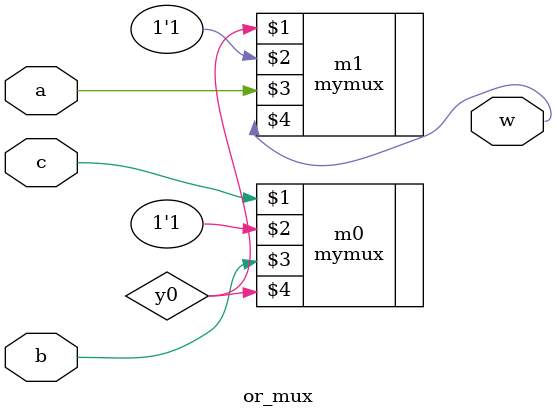
<source format=v>
`timescale 1ns/1ns

module or_mux(input a, b, c, output w);
	wire y0;
	mymux m0(c, 1'b1, b, y0) , m1(y0, 1'b1, a, w);
endmodule

</source>
